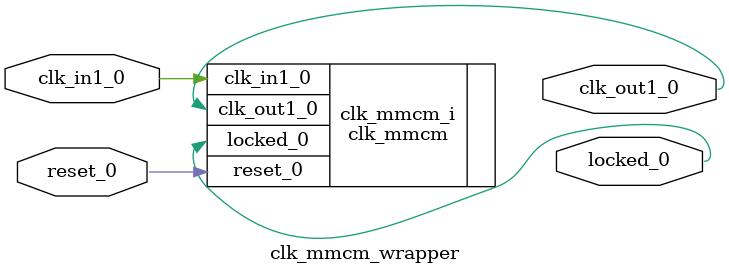
<source format=v>
`timescale 1 ps / 1 ps

module clk_mmcm_wrapper
   (clk_in1_0,
    clk_out1_0,
    locked_0,
    reset_0);
  input clk_in1_0;
  output clk_out1_0;
  output locked_0;
  input reset_0;

  wire clk_in1_0;
  wire clk_out1_0;
  wire locked_0;
  wire reset_0;

  clk_mmcm clk_mmcm_i
       (.clk_in1_0(clk_in1_0),
        .clk_out1_0(clk_out1_0),
        .locked_0(locked_0),
        .reset_0(reset_0));
endmodule

</source>
